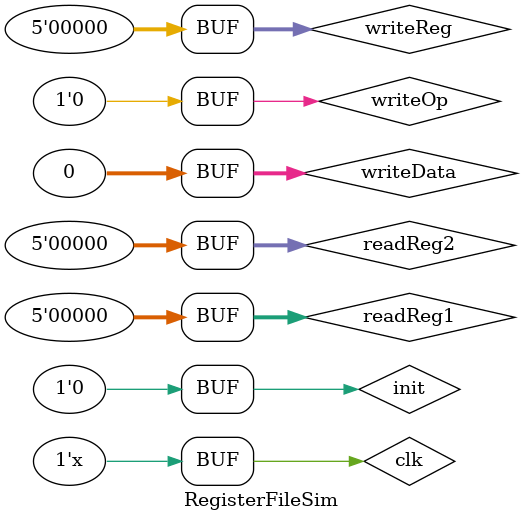
<source format=v>
module RegisterFileSim();
    reg clk;
    reg init;
    reg [4:0] readReg1;
    reg [4:0] readReg2;
    reg [4:0] writeReg;
    reg writeOp;
    reg [31:0] writeData;
    wire [31:0] readData1;
    wire [31:0] readData2;
    RegisterFile file(
        .clk(clk),
        .init(init),
        .writeOp(writeOp),
        .readReg1(readReg1),
        .readReg2(readReg2),
        .writeReg(writeReg),
        .writeData(writeData),
        .readData1(readData1),
        .readData2(readData2)
    );
    always #50 clk = ~clk;
    initial begin
        clk = 0;
        init = 0;
        writeOp = 0;
        readReg1 = 0;
        readReg2 = 0;
        writeReg = 0;
        writeData = 0;
        // write $1 = 1
        #100
        init = 1;
        writeOp = 1;
        readReg1 = 0;
        readReg2 = 0;
        writeReg = 1;
        writeData = 1;
        // write $2 = 2
        #100
        init = 1;
        writeOp = 1;
        readReg1 = 0;
        readReg2 = 0;
        writeReg = 2;
        writeData = 2;
        // write $3 = 3
        #100
        init = 1;
        writeOp = 1;
        readReg1 = 0;
        readReg2 = 0;
        writeReg = 3;
        writeData = 3;
        // read1 $1 == 1
        #100
        init = 1;
        writeOp = 0;
        readReg1 = 1;
        readReg2 = 0;
        writeReg = 0;
        writeData = 0;
        // read2 $2 == 2
        #100
        init = 1;
        writeOp = 0;
        readReg1 = 0;
        readReg2 = 2;
        writeReg = 0;
        writeData = 0;
        // read1 $1 == 1, read2 $3 == 3
        #100
        init = 1;
        writeOp = 0;
        readReg1 = 1;
        readReg2 = 3;
        writeReg = 0;
        writeData = 0;
        #200
        // reset
        #100
        init = 0;
        writeOp = 0;
        readReg1 = 0;
        readReg2 = 0;
        writeReg = 0;
        writeData = 0;
    end
endmodule
</source>
